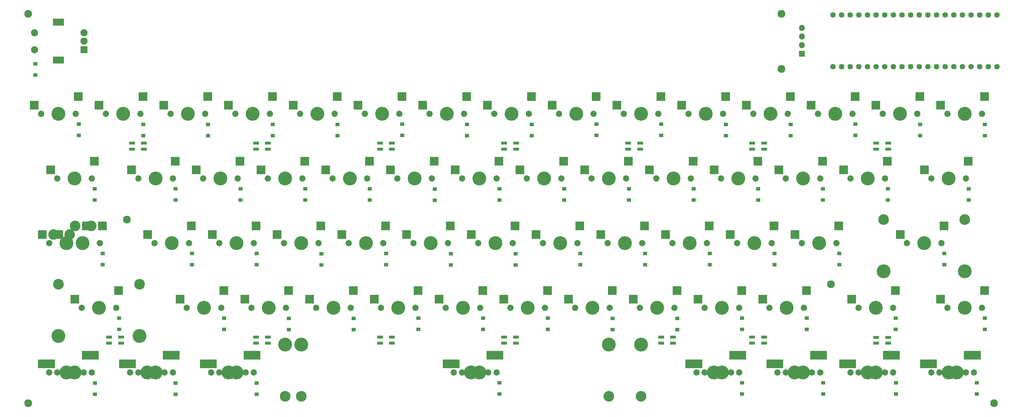
<source format=gbr>
%TF.GenerationSoftware,KiCad,Pcbnew,(5.1.6)-1*%
%TF.CreationDate,2020-08-21T02:10:49+07:00*%
%TF.ProjectId,Pill60,50696c6c-3630-42e6-9b69-6361645f7063,rev?*%
%TF.SameCoordinates,Original*%
%TF.FileFunction,Soldermask,Bot*%
%TF.FilePolarity,Negative*%
%FSLAX46Y46*%
G04 Gerber Fmt 4.6, Leading zero omitted, Abs format (unit mm)*
G04 Created by KiCad (PCBNEW (5.1.6)-1) date 2020-08-21 02:10:49*
%MOMM*%
%LPD*%
G01*
G04 APERTURE LIST*
%ADD10R,1.700000X0.950000*%
%ADD11C,2.100000*%
%ADD12R,3.300000X2.100000*%
%ADD13R,2.100000X2.100000*%
%ADD14O,1.800000X1.800000*%
%ADD15R,1.800000X1.800000*%
%ADD16C,2.300000*%
%ADD17C,1.624000*%
%ADD18R,1.300000X1.000000*%
%ADD19R,2.550000X2.500000*%
%ADD20C,1.850000*%
%ADD21C,4.087800*%
%ADD22C,3.148000*%
%ADD23R,2.650000X2.600000*%
%ADD24C,3.100000*%
G04 APERTURE END LIST*
D10*
%TO.C,L7*%
X85090000Y-161050000D03*
X85090000Y-162800000D03*
X81590000Y-161050000D03*
X81590000Y-162800000D03*
%TD*%
%TO.C,L6*%
X88330000Y-105640000D03*
X88330000Y-103890000D03*
X91830000Y-105640000D03*
X91830000Y-103890000D03*
%TD*%
%TO.C,L5*%
X124830000Y-105640000D03*
X124830000Y-103890000D03*
X128330000Y-105640000D03*
X128330000Y-103890000D03*
%TD*%
%TO.C,L4*%
X161320000Y-105650000D03*
X161320000Y-103900000D03*
X164820000Y-105650000D03*
X164820000Y-103900000D03*
%TD*%
%TO.C,L3*%
X197840000Y-105640000D03*
X197840000Y-103890000D03*
X201340000Y-105640000D03*
X201340000Y-103890000D03*
%TD*%
%TO.C,L2*%
X234330000Y-105650000D03*
X234330000Y-103900000D03*
X237830000Y-105650000D03*
X237830000Y-103900000D03*
%TD*%
%TO.C,L1*%
X270830000Y-105650000D03*
X270830000Y-103900000D03*
X274330000Y-105650000D03*
X274330000Y-103900000D03*
%TD*%
%TO.C,L0*%
X307320000Y-105650000D03*
X307320000Y-103900000D03*
X310820000Y-105650000D03*
X310820000Y-103900000D03*
%TD*%
D11*
%TO.C,SW1*%
X59675000Y-71318750D03*
X59675000Y-76318750D03*
D12*
X66675000Y-68218750D03*
X66675000Y-79418750D03*
D11*
X74175000Y-71318750D03*
X74175000Y-73818750D03*
D13*
X74175000Y-76318750D03*
%TD*%
D14*
%TO.C,J1*%
X285460000Y-69930000D03*
X285460000Y-72470000D03*
X285460000Y-75010000D03*
D15*
X285460000Y-77550000D03*
%TD*%
D16*
%TO.C,H7*%
X279430000Y-82020000D03*
%TD*%
%TO.C,H6*%
X57810000Y-180470000D03*
%TD*%
%TO.C,H5*%
X279420000Y-65740000D03*
%TD*%
%TO.C,H4*%
X57820000Y-65750000D03*
%TD*%
%TO.C,H3*%
X293990000Y-145400000D03*
%TD*%
%TO.C,H2*%
X86830000Y-126350000D03*
%TD*%
%TO.C,H1*%
X342040000Y-180460000D03*
%TD*%
D10*
%TO.C,L13*%
X310830000Y-161070000D03*
X310830000Y-162820000D03*
X307330000Y-161070000D03*
X307330000Y-162820000D03*
%TD*%
%TO.C,L12*%
X274330000Y-161040000D03*
X274330000Y-162790000D03*
X270830000Y-161040000D03*
X270830000Y-162790000D03*
%TD*%
%TO.C,L11*%
X247510000Y-161040000D03*
X247510000Y-162790000D03*
X244010000Y-161040000D03*
X244010000Y-162790000D03*
%TD*%
%TO.C,L10*%
X201330000Y-161040000D03*
X201330000Y-162790000D03*
X197830000Y-161040000D03*
X197830000Y-162790000D03*
%TD*%
%TO.C,L9*%
X164820000Y-161040000D03*
X164820000Y-162790000D03*
X161320000Y-161040000D03*
X161320000Y-162790000D03*
%TD*%
%TO.C,L8*%
X128340000Y-161040000D03*
X128340000Y-162790000D03*
X124840000Y-161040000D03*
X124840000Y-162790000D03*
%TD*%
D17*
%TO.C,U1*%
X342880000Y-81350000D03*
X330180000Y-81350000D03*
X312400000Y-81350000D03*
X302240000Y-81350000D03*
X340340000Y-81350000D03*
X317480000Y-81350000D03*
X335260000Y-81350000D03*
X332720000Y-81350000D03*
X337800000Y-81350000D03*
X314940000Y-81350000D03*
X320020000Y-81350000D03*
X307320000Y-81350000D03*
X327640000Y-81350000D03*
X299700000Y-81350000D03*
X304780000Y-81350000D03*
X309860000Y-81350000D03*
X297160000Y-81350000D03*
X322560000Y-81350000D03*
X294620000Y-81350000D03*
X325100000Y-81350000D03*
X342880000Y-66110000D03*
X340340000Y-66110000D03*
X337800000Y-66110000D03*
X335260000Y-66110000D03*
X332720000Y-66110000D03*
X325100000Y-66110000D03*
X330180000Y-66110000D03*
X327640000Y-66110000D03*
X322560000Y-66110000D03*
X320020000Y-66110000D03*
X317480000Y-66110000D03*
X312400000Y-66110000D03*
X314940000Y-66110000D03*
X309860000Y-66110000D03*
X307320000Y-66110000D03*
X299700000Y-66110000D03*
X304780000Y-66110000D03*
X302240000Y-66110000D03*
X297160000Y-66110000D03*
X294620000Y-66110000D03*
%TD*%
D18*
%TO.C,D64*%
X59910000Y-80500000D03*
X59910000Y-83800000D03*
%TD*%
D19*
%TO.C,15MXRCTRL2*%
X334427500Y-166370000D03*
D20*
X323532500Y-171450000D03*
D21*
X328612500Y-171450000D03*
D20*
X333692500Y-171450000D03*
D19*
X321527500Y-168910000D03*
%TD*%
D20*
%TO.C,6MXSPC1*%
X185420000Y-171450000D03*
D19*
X183415000Y-168910000D03*
D20*
X195580000Y-171450000D03*
D19*
X196315000Y-166370000D03*
D21*
X190500000Y-171450000D03*
D22*
X133350000Y-178435000D03*
X228600000Y-178435000D03*
D21*
X133350000Y-163195000D03*
X228600000Y-163195000D03*
%TD*%
D19*
%TO.C,MXZ1*%
X115352500Y-147320000D03*
X102452500Y-149860000D03*
D20*
X114617500Y-152400000D03*
X104457500Y-152400000D03*
D21*
X109537500Y-152400000D03*
%TD*%
D19*
%TO.C,MXY1*%
X196315000Y-109220000D03*
X183415000Y-111760000D03*
D20*
X195580000Y-114300000D03*
X185420000Y-114300000D03*
D21*
X190500000Y-114300000D03*
%TD*%
D19*
%TO.C,MXX1*%
X134402500Y-147320000D03*
X121502500Y-149860000D03*
D20*
X133667500Y-152400000D03*
X123507500Y-152400000D03*
D21*
X128587500Y-152400000D03*
%TD*%
D19*
%TO.C,MXW1*%
X120115000Y-109220000D03*
X107215000Y-111760000D03*
D20*
X119380000Y-114300000D03*
X109220000Y-114300000D03*
D21*
X114300000Y-114300000D03*
%TD*%
D19*
%TO.C,MXV1*%
X172502500Y-147320000D03*
X159602500Y-149860000D03*
D20*
X171767500Y-152400000D03*
X161607500Y-152400000D03*
D21*
X166687500Y-152400000D03*
%TD*%
D19*
%TO.C,MXU1*%
X215365000Y-109220000D03*
X202465000Y-111760000D03*
D20*
X214630000Y-114300000D03*
X204470000Y-114300000D03*
D21*
X209550000Y-114300000D03*
%TD*%
D19*
%TO.C,MXT1*%
X177265000Y-109220000D03*
X164365000Y-111760000D03*
D20*
X176530000Y-114300000D03*
X166370000Y-114300000D03*
D21*
X171450000Y-114300000D03*
%TD*%
D19*
%TO.C,MXSLSH1*%
X286802500Y-147320000D03*
X273902500Y-149860000D03*
D20*
X286067500Y-152400000D03*
X275907500Y-152400000D03*
D21*
X280987500Y-152400000D03*
%TD*%
D19*
%TO.C,MXS1*%
X124877500Y-128270000D03*
X111977500Y-130810000D03*
D20*
X124142500Y-133350000D03*
X113982500Y-133350000D03*
D21*
X119062500Y-133350000D03*
%TD*%
D19*
%TO.C,MXRNGL1*%
X267752500Y-147320000D03*
X254852500Y-149860000D03*
D20*
X267017500Y-152400000D03*
X256857500Y-152400000D03*
D21*
X261937500Y-152400000D03*
%TD*%
D19*
%TO.C,MXRMN1*%
X310615000Y-166370000D03*
X297715000Y-168910000D03*
D20*
X309880000Y-171450000D03*
X299720000Y-171450000D03*
D21*
X304800000Y-171450000D03*
%TD*%
D19*
%TO.C,MXRGUI1*%
X291565000Y-166370000D03*
X278665000Y-168910000D03*
D20*
X290830000Y-171450000D03*
X280670000Y-171450000D03*
D21*
X285750000Y-171450000D03*
%TD*%
D19*
%TO.C,MXRBRAC1*%
X310615000Y-109220000D03*
X297715000Y-111760000D03*
D20*
X309880000Y-114300000D03*
X299720000Y-114300000D03*
D21*
X304800000Y-114300000D03*
%TD*%
D19*
%TO.C,MXR1*%
X158215000Y-109220000D03*
X145315000Y-111760000D03*
D20*
X157480000Y-114300000D03*
X147320000Y-114300000D03*
D21*
X152400000Y-114300000D03*
%TD*%
D19*
%TO.C,MXQUOT1*%
X296327500Y-128270000D03*
X283427500Y-130810000D03*
D20*
X295592500Y-133350000D03*
X285432500Y-133350000D03*
D21*
X290512500Y-133350000D03*
%TD*%
D19*
%TO.C,MXQ1*%
X101065000Y-109220000D03*
X88165000Y-111760000D03*
D20*
X100330000Y-114300000D03*
X90170000Y-114300000D03*
D21*
X95250000Y-114300000D03*
%TD*%
D19*
%TO.C,MXP1*%
X272515000Y-109220000D03*
X259615000Y-111760000D03*
D20*
X271780000Y-114300000D03*
X261620000Y-114300000D03*
D21*
X266700000Y-114300000D03*
%TD*%
D19*
%TO.C,MXO1*%
X253465000Y-109220000D03*
X240565000Y-111760000D03*
D20*
X252730000Y-114300000D03*
X242570000Y-114300000D03*
D21*
X247650000Y-114300000D03*
%TD*%
D19*
%TO.C,MXN1*%
X210602500Y-147320000D03*
X197702500Y-149860000D03*
D20*
X209867500Y-152400000D03*
X199707500Y-152400000D03*
D21*
X204787500Y-152400000D03*
%TD*%
D19*
%TO.C,MXM1*%
X229652500Y-147320000D03*
X216752500Y-149860000D03*
D20*
X228917500Y-152400000D03*
X218757500Y-152400000D03*
D21*
X223837500Y-152400000D03*
%TD*%
D19*
%TO.C,MXLNGL1*%
X248702500Y-147320000D03*
X235802500Y-149860000D03*
D20*
X247967500Y-152400000D03*
X237807500Y-152400000D03*
D21*
X242887500Y-152400000D03*
%TD*%
D19*
%TO.C,MXLGUI1*%
X101065000Y-166370000D03*
X88165000Y-168910000D03*
D20*
X100330000Y-171450000D03*
X90170000Y-171450000D03*
D21*
X95250000Y-171450000D03*
%TD*%
D19*
%TO.C,MXLBRAC1*%
X291565000Y-109220000D03*
X278665000Y-111760000D03*
D20*
X290830000Y-114300000D03*
X280670000Y-114300000D03*
D21*
X285750000Y-114300000D03*
%TD*%
D19*
%TO.C,MXL1*%
X258227500Y-128270000D03*
X245327500Y-130810000D03*
D20*
X257492500Y-133350000D03*
X247332500Y-133350000D03*
D21*
X252412500Y-133350000D03*
%TD*%
D19*
%TO.C,MXK1*%
X239177500Y-128270000D03*
X226277500Y-130810000D03*
D20*
X238442500Y-133350000D03*
X228282500Y-133350000D03*
D21*
X233362500Y-133350000D03*
%TD*%
D19*
%TO.C,MXJ1*%
X220127500Y-128270000D03*
X207227500Y-130810000D03*
D20*
X219392500Y-133350000D03*
X209232500Y-133350000D03*
D21*
X214312500Y-133350000D03*
%TD*%
D19*
%TO.C,MXI1*%
X234415000Y-109220000D03*
X221515000Y-111760000D03*
D20*
X233680000Y-114300000D03*
X223520000Y-114300000D03*
D21*
X228600000Y-114300000D03*
%TD*%
D19*
%TO.C,MXH1*%
X201077500Y-128270000D03*
X188177500Y-130810000D03*
D20*
X200342500Y-133350000D03*
X190182500Y-133350000D03*
D21*
X195262500Y-133350000D03*
%TD*%
D19*
%TO.C,MXG1*%
X182027500Y-128270000D03*
X169127500Y-130810000D03*
D20*
X181292500Y-133350000D03*
X171132500Y-133350000D03*
D21*
X176212500Y-133350000D03*
%TD*%
D19*
%TO.C,MXFN1*%
X339190000Y-147320000D03*
X326290000Y-149860000D03*
D20*
X338455000Y-152400000D03*
X328295000Y-152400000D03*
D21*
X333375000Y-152400000D03*
%TD*%
D19*
%TO.C,MXF1*%
X162977500Y-128270000D03*
X150077500Y-130810000D03*
D20*
X162242500Y-133350000D03*
X152082500Y-133350000D03*
D21*
X157162500Y-133350000D03*
%TD*%
D19*
%TO.C,MXESC1*%
X72490000Y-90170000D03*
X59590000Y-92710000D03*
D20*
X71755000Y-95250000D03*
X61595000Y-95250000D03*
D21*
X66675000Y-95250000D03*
%TD*%
D19*
%TO.C,MXEQL1*%
X301090000Y-90170000D03*
X288190000Y-92710000D03*
D20*
X300355000Y-95250000D03*
X290195000Y-95250000D03*
D21*
X295275000Y-95250000D03*
%TD*%
D19*
%TO.C,MXE1*%
X139165000Y-109220000D03*
X126265000Y-111760000D03*
D20*
X138430000Y-114300000D03*
X128270000Y-114300000D03*
D21*
X133350000Y-114300000D03*
%TD*%
D19*
%TO.C,MXDSH1*%
X282040000Y-90170000D03*
X269140000Y-92710000D03*
D20*
X281305000Y-95250000D03*
X271145000Y-95250000D03*
D21*
X276225000Y-95250000D03*
%TD*%
D19*
%TO.C,MXDEL1*%
X339190000Y-90170000D03*
X326290000Y-92710000D03*
D20*
X338455000Y-95250000D03*
X328295000Y-95250000D03*
D21*
X333375000Y-95250000D03*
%TD*%
D19*
%TO.C,MXD1*%
X143927500Y-128270000D03*
X131027500Y-130810000D03*
D20*
X143192500Y-133350000D03*
X133032500Y-133350000D03*
D21*
X138112500Y-133350000D03*
%TD*%
D19*
%TO.C,MXCLN1*%
X277277500Y-128270000D03*
X264377500Y-130810000D03*
D20*
X276542500Y-133350000D03*
X266382500Y-133350000D03*
D21*
X271462500Y-133350000D03*
%TD*%
D19*
%TO.C,MXC1*%
X153452500Y-147320000D03*
X140552500Y-149860000D03*
D20*
X152717500Y-152400000D03*
X142557500Y-152400000D03*
D21*
X147637500Y-152400000D03*
%TD*%
D19*
%TO.C,MXBSPC1*%
X320140000Y-90170000D03*
X307240000Y-92710000D03*
D20*
X319405000Y-95250000D03*
X309245000Y-95250000D03*
D21*
X314325000Y-95250000D03*
%TD*%
D19*
%TO.C,MXB1*%
X191552500Y-147320000D03*
X178652500Y-149860000D03*
D20*
X190817500Y-152400000D03*
X180657500Y-152400000D03*
D21*
X185737500Y-152400000D03*
%TD*%
D19*
%TO.C,MXA1*%
X105827500Y-128270000D03*
X92927500Y-130810000D03*
D20*
X105092500Y-133350000D03*
X94932500Y-133350000D03*
D21*
X100012500Y-133350000D03*
%TD*%
D19*
%TO.C,MX9*%
X243940000Y-90170000D03*
X231040000Y-92710000D03*
D20*
X243205000Y-95250000D03*
X233045000Y-95250000D03*
D21*
X238125000Y-95250000D03*
%TD*%
D19*
%TO.C,MX8*%
X224890000Y-90170000D03*
X211990000Y-92710000D03*
D20*
X224155000Y-95250000D03*
X213995000Y-95250000D03*
D21*
X219075000Y-95250000D03*
%TD*%
D19*
%TO.C,MX7*%
X205840000Y-90170000D03*
X192940000Y-92710000D03*
D20*
X205105000Y-95250000D03*
X194945000Y-95250000D03*
D21*
X200025000Y-95250000D03*
%TD*%
D19*
%TO.C,MX6*%
X186790000Y-90170000D03*
X173890000Y-92710000D03*
D20*
X186055000Y-95250000D03*
X175895000Y-95250000D03*
D21*
X180975000Y-95250000D03*
%TD*%
D19*
%TO.C,MX5*%
X167740000Y-90170000D03*
X154840000Y-92710000D03*
D20*
X167005000Y-95250000D03*
X156845000Y-95250000D03*
D21*
X161925000Y-95250000D03*
%TD*%
D19*
%TO.C,MX4*%
X148690000Y-90170000D03*
X135790000Y-92710000D03*
D20*
X147955000Y-95250000D03*
X137795000Y-95250000D03*
D21*
X142875000Y-95250000D03*
%TD*%
D19*
%TO.C,MX3*%
X129640000Y-90170000D03*
X116740000Y-92710000D03*
D20*
X128905000Y-95250000D03*
X118745000Y-95250000D03*
D21*
X123825000Y-95250000D03*
%TD*%
D19*
%TO.C,MX2*%
X110590000Y-90170000D03*
X97690000Y-92710000D03*
D20*
X109855000Y-95250000D03*
X99695000Y-95250000D03*
D21*
X104775000Y-95250000D03*
%TD*%
D19*
%TO.C,MX1*%
X91540000Y-90170000D03*
X78640000Y-92710000D03*
D20*
X90805000Y-95250000D03*
X80645000Y-95250000D03*
D21*
X85725000Y-95250000D03*
%TD*%
D19*
%TO.C,MX0*%
X262990000Y-90170000D03*
X250090000Y-92710000D03*
D20*
X262255000Y-95250000D03*
X252095000Y-95250000D03*
D21*
X257175000Y-95250000D03*
%TD*%
D18*
%TO.C,D63*%
X339290000Y-98340000D03*
X339290000Y-101640000D03*
%TD*%
%TO.C,D62*%
X336930000Y-174500000D03*
X336930000Y-177800000D03*
%TD*%
%TO.C,D61*%
X339300000Y-155450000D03*
X339300000Y-158750000D03*
%TD*%
%TO.C,D60*%
X327400000Y-136360000D03*
X327400000Y-139660000D03*
%TD*%
%TO.C,D59*%
X334550000Y-117310000D03*
X334550000Y-120610000D03*
%TD*%
%TO.C,D58*%
X320260000Y-98340000D03*
X320260000Y-101640000D03*
%TD*%
%TO.C,D57*%
X310730000Y-117310000D03*
X310730000Y-120610000D03*
%TD*%
%TO.C,D56*%
X301170000Y-98310000D03*
X301170000Y-101610000D03*
%TD*%
%TO.C,D55*%
X313130000Y-174510000D03*
X313130000Y-177810000D03*
%TD*%
%TO.C,D54*%
X313080000Y-155450000D03*
X313080000Y-158750000D03*
%TD*%
%TO.C,D53*%
X296420000Y-136410000D03*
X296420000Y-139710000D03*
%TD*%
%TO.C,D52*%
X291670000Y-117330000D03*
X291670000Y-120630000D03*
%TD*%
%TO.C,D51*%
X282150000Y-98340000D03*
X282150000Y-101640000D03*
%TD*%
%TO.C,D50*%
X291700000Y-174510000D03*
X291700000Y-177810000D03*
%TD*%
%TO.C,D49*%
X286890000Y-155460000D03*
X286890000Y-158760000D03*
%TD*%
%TO.C,D48*%
X277370000Y-136410000D03*
X277370000Y-139710000D03*
%TD*%
%TO.C,D47*%
X272620000Y-117290000D03*
X272620000Y-120590000D03*
%TD*%
%TO.C,D46*%
X263090000Y-98340000D03*
X263090000Y-101640000D03*
%TD*%
%TO.C,D45*%
X267870000Y-174500000D03*
X267870000Y-177800000D03*
%TD*%
%TO.C,D44*%
X267840000Y-155460000D03*
X267840000Y-158760000D03*
%TD*%
%TO.C,D43*%
X258350000Y-136380000D03*
X258350000Y-139680000D03*
%TD*%
%TO.C,D42*%
X253590000Y-117290000D03*
X253590000Y-120590000D03*
%TD*%
%TO.C,D41*%
X244030000Y-98310000D03*
X244030000Y-101610000D03*
%TD*%
%TO.C,D40*%
X248810000Y-155480000D03*
X248810000Y-158780000D03*
%TD*%
%TO.C,D39*%
X239280000Y-136370000D03*
X239280000Y-139670000D03*
%TD*%
%TO.C,D38*%
X234530000Y-117310000D03*
X234530000Y-120610000D03*
%TD*%
%TO.C,D37*%
X224990000Y-98310000D03*
X224990000Y-101610000D03*
%TD*%
%TO.C,D36*%
X229750000Y-155480000D03*
X229750000Y-158780000D03*
%TD*%
%TO.C,D35*%
X220230000Y-136400000D03*
X220230000Y-139700000D03*
%TD*%
%TO.C,D34*%
X215480000Y-117350000D03*
X215480000Y-120650000D03*
%TD*%
%TO.C,D33*%
X205940000Y-98320000D03*
X205940000Y-101620000D03*
%TD*%
%TO.C,D32*%
X196430000Y-174510000D03*
X196430000Y-177810000D03*
%TD*%
%TO.C,D31*%
X210690000Y-155440000D03*
X210690000Y-158740000D03*
%TD*%
%TO.C,D30*%
X201190000Y-136420000D03*
X201190000Y-139720000D03*
%TD*%
%TO.C,D29*%
X196450000Y-117330000D03*
X196450000Y-120630000D03*
%TD*%
%TO.C,D28*%
X186900000Y-98320000D03*
X186900000Y-101620000D03*
%TD*%
%TO.C,D27*%
X191650000Y-155460000D03*
X191650000Y-158760000D03*
%TD*%
%TO.C,D26*%
X182120000Y-136430000D03*
X182120000Y-139730000D03*
%TD*%
%TO.C,D25*%
X177390000Y-117400000D03*
X177390000Y-120700000D03*
%TD*%
%TO.C,D24*%
X167840000Y-98300000D03*
X167840000Y-101600000D03*
%TD*%
%TO.C,D23*%
X172590000Y-155460000D03*
X172590000Y-158760000D03*
%TD*%
%TO.C,D22*%
X163070000Y-136380000D03*
X163070000Y-139680000D03*
%TD*%
%TO.C,D21*%
X158310000Y-117310000D03*
X158310000Y-120610000D03*
%TD*%
%TO.C,D20*%
X148800000Y-98330000D03*
X148800000Y-101630000D03*
%TD*%
%TO.C,D19*%
X153540000Y-155480000D03*
X153540000Y-158780000D03*
%TD*%
%TO.C,D18*%
X144030000Y-136420000D03*
X144030000Y-139720000D03*
%TD*%
%TO.C,D17*%
X139280000Y-117330000D03*
X139280000Y-120630000D03*
%TD*%
%TO.C,D16*%
X129740000Y-98320000D03*
X129740000Y-101620000D03*
%TD*%
%TO.C,D15*%
X124990000Y-174520000D03*
X124990000Y-177820000D03*
%TD*%
%TO.C,D14*%
X134510000Y-155480000D03*
X134510000Y-158780000D03*
%TD*%
%TO.C,D13*%
X124980000Y-136370000D03*
X124980000Y-139670000D03*
%TD*%
%TO.C,D12*%
X120250000Y-117310000D03*
X120250000Y-120610000D03*
%TD*%
%TO.C,D11*%
X110680000Y-98350000D03*
X110680000Y-101650000D03*
%TD*%
%TO.C,D10*%
X101160000Y-174520000D03*
X101160000Y-177820000D03*
%TD*%
%TO.C,D9*%
X115480000Y-155450000D03*
X115480000Y-158750000D03*
%TD*%
%TO.C,D8*%
X105930000Y-136380000D03*
X105930000Y-139680000D03*
%TD*%
%TO.C,D7*%
X101170000Y-117350000D03*
X101170000Y-120650000D03*
%TD*%
%TO.C,D6*%
X91650000Y-98370000D03*
X91650000Y-101670000D03*
%TD*%
%TO.C,D5*%
X77410000Y-174520000D03*
X77410000Y-177820000D03*
%TD*%
%TO.C,D4*%
X84520000Y-155460000D03*
X84520000Y-158760000D03*
%TD*%
%TO.C,D3*%
X79730000Y-136370000D03*
X79730000Y-139670000D03*
%TD*%
%TO.C,D2*%
X77370000Y-117330000D03*
X77370000Y-120630000D03*
%TD*%
%TO.C,D1*%
X72700000Y-98290000D03*
X72700000Y-101590000D03*
%TD*%
D19*
%TO.C,6.25MXSPC1*%
X193933750Y-166370000D03*
D20*
X183038750Y-171450000D03*
D21*
X188118750Y-171450000D03*
D20*
X193198750Y-171450000D03*
D19*
X181033750Y-168910000D03*
D21*
X138118850Y-163195000D03*
X238118650Y-163195000D03*
D22*
X138118850Y-178435000D03*
X238118650Y-178435000D03*
%TD*%
D19*
%TO.C,225MXLSFT1*%
X84396250Y-147320000D03*
D20*
X73501250Y-152400000D03*
D21*
X78581250Y-152400000D03*
D20*
X83661250Y-152400000D03*
D19*
X71496250Y-149860000D03*
D21*
X66643250Y-160655000D03*
X90519250Y-160655000D03*
D22*
X66643250Y-145415000D03*
X90519250Y-145415000D03*
%TD*%
D19*
%TO.C,225MXENT1*%
X327283750Y-128270000D03*
D20*
X316388750Y-133350000D03*
D21*
X321468750Y-133350000D03*
D20*
X326548750Y-133350000D03*
D19*
X314383750Y-130810000D03*
D21*
X309530750Y-141605000D03*
X333406750Y-141605000D03*
D22*
X309530750Y-126365000D03*
X333406750Y-126365000D03*
%TD*%
D23*
%TO.C,175MXSTCPS1*%
X74898250Y-128270000D03*
X61971250Y-130810000D03*
D20*
X74136250Y-133350000D03*
X63976250Y-133350000D03*
D24*
X65246250Y-130810000D03*
D21*
X69056250Y-133350000D03*
D24*
X71596250Y-128270000D03*
%TD*%
D19*
%TO.C,175MXRSFT1*%
X312996250Y-147320000D03*
D20*
X302101250Y-152400000D03*
D21*
X307181250Y-152400000D03*
D20*
X312261250Y-152400000D03*
D19*
X300096250Y-149860000D03*
%TD*%
D23*
%TO.C,175MXCPS1*%
X79660750Y-128270000D03*
X66733750Y-130810000D03*
D20*
X78898750Y-133350000D03*
X68738750Y-133350000D03*
D24*
X70008750Y-130810000D03*
D21*
X73818750Y-133350000D03*
D24*
X76358750Y-128270000D03*
%TD*%
D19*
%TO.C,15MXTab1*%
X77252500Y-109220000D03*
D20*
X66357500Y-114300000D03*
D21*
X71437500Y-114300000D03*
D20*
X76517500Y-114300000D03*
D19*
X64352500Y-111760000D03*
%TD*%
%TO.C,15MXLCTRL1*%
X77252500Y-166370000D03*
D20*
X66357500Y-171450000D03*
D21*
X71437500Y-171450000D03*
D20*
X76517500Y-171450000D03*
D19*
X64352500Y-168910000D03*
%TD*%
%TO.C,15MXRALT2*%
X267752500Y-166370000D03*
D20*
X256857500Y-171450000D03*
D21*
X261937500Y-171450000D03*
D20*
X267017500Y-171450000D03*
D19*
X254852500Y-168910000D03*
%TD*%
%TO.C,15MXLALT1*%
X124877500Y-166370000D03*
D20*
X113982500Y-171450000D03*
D21*
X119062500Y-171450000D03*
D20*
X124142500Y-171450000D03*
D19*
X111977500Y-168910000D03*
%TD*%
%TO.C,15MXBSLSH1*%
X334427500Y-109220000D03*
D20*
X323532500Y-114300000D03*
D21*
X328612500Y-114300000D03*
D20*
X333692500Y-114300000D03*
D19*
X321527500Y-111760000D03*
%TD*%
%TO.C,125MXRMENU1*%
X312996250Y-166370000D03*
D20*
X302101250Y-171450000D03*
D21*
X307181250Y-171450000D03*
D20*
X312261250Y-171450000D03*
D19*
X300096250Y-168910000D03*
%TD*%
%TO.C,125MXRGUI1*%
X289183750Y-166370000D03*
D20*
X278288750Y-171450000D03*
D21*
X283368750Y-171450000D03*
D20*
X288448750Y-171450000D03*
D19*
X276283750Y-168910000D03*
%TD*%
%TO.C,125MXRCTRL1*%
X336808750Y-166370000D03*
D20*
X325913750Y-171450000D03*
D21*
X330993750Y-171450000D03*
D20*
X336073750Y-171450000D03*
D19*
X323908750Y-168910000D03*
%TD*%
%TO.C,125MXRATL1*%
X265371250Y-166370000D03*
D20*
X254476250Y-171450000D03*
D21*
X259556250Y-171450000D03*
D20*
X264636250Y-171450000D03*
D19*
X252471250Y-168910000D03*
%TD*%
%TO.C,125MXLGUI1*%
X98683750Y-166370000D03*
D20*
X87788750Y-171450000D03*
D21*
X92868750Y-171450000D03*
D20*
X97948750Y-171450000D03*
D19*
X85783750Y-168910000D03*
%TD*%
%TO.C,125MXLCTRL1*%
X74871250Y-166370000D03*
D20*
X63976250Y-171450000D03*
D21*
X69056250Y-171450000D03*
D20*
X74136250Y-171450000D03*
D19*
X61971250Y-168910000D03*
%TD*%
%TO.C,125MXLALT1*%
X122496250Y-166370000D03*
D20*
X111601250Y-171450000D03*
D21*
X116681250Y-171450000D03*
D20*
X121761250Y-171450000D03*
D19*
X109596250Y-168910000D03*
%TD*%
M02*

</source>
